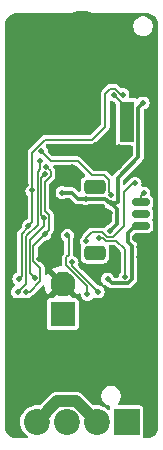
<source format=gbr>
%TF.GenerationSoftware,KiCad,Pcbnew,8.0.7*%
%TF.CreationDate,2025-01-22T04:17:01+01:00*%
%TF.ProjectId,beacon,62656163-6f6e-42e6-9b69-6361645f7063,rev?*%
%TF.SameCoordinates,Original*%
%TF.FileFunction,Copper,L2,Bot*%
%TF.FilePolarity,Positive*%
%FSLAX46Y46*%
G04 Gerber Fmt 4.6, Leading zero omitted, Abs format (unit mm)*
G04 Created by KiCad (PCBNEW 8.0.7) date 2025-01-22 04:17:01*
%MOMM*%
%LPD*%
G01*
G04 APERTURE LIST*
G04 Aperture macros list*
%AMRoundRect*
0 Rectangle with rounded corners*
0 $1 Rounding radius*
0 $2 $3 $4 $5 $6 $7 $8 $9 X,Y pos of 4 corners*
0 Add a 4 corners polygon primitive as box body*
4,1,4,$2,$3,$4,$5,$6,$7,$8,$9,$2,$3,0*
0 Add four circle primitives for the rounded corners*
1,1,$1+$1,$2,$3*
1,1,$1+$1,$4,$5*
1,1,$1+$1,$6,$7*
1,1,$1+$1,$8,$9*
0 Add four rect primitives between the rounded corners*
20,1,$1+$1,$2,$3,$4,$5,0*
20,1,$1+$1,$4,$5,$6,$7,0*
20,1,$1+$1,$6,$7,$8,$9,0*
20,1,$1+$1,$8,$9,$2,$3,0*%
G04 Aperture macros list end*
%TA.AperFunction,ComponentPad*%
%ADD10R,2.200000X2.200000*%
%TD*%
%TA.AperFunction,ComponentPad*%
%ADD11C,2.200000*%
%TD*%
%TA.AperFunction,ComponentPad*%
%ADD12C,3.800000*%
%TD*%
%TA.AperFunction,SMDPad,CuDef*%
%ADD13RoundRect,0.150000X0.625000X-0.150000X0.625000X0.150000X-0.625000X0.150000X-0.625000X-0.150000X0*%
%TD*%
%TA.AperFunction,SMDPad,CuDef*%
%ADD14RoundRect,0.250000X0.650000X-0.350000X0.650000X0.350000X-0.650000X0.350000X-0.650000X-0.350000X0*%
%TD*%
%TA.AperFunction,ComponentPad*%
%ADD15R,2.100000X2.100000*%
%TD*%
%TA.AperFunction,ComponentPad*%
%ADD16C,2.100000*%
%TD*%
%TA.AperFunction,SMDPad,CuDef*%
%ADD17R,1.300000X3.400000*%
%TD*%
%TA.AperFunction,ViaPad*%
%ADD18C,0.500000*%
%TD*%
%TA.AperFunction,Conductor*%
%ADD19C,0.300000*%
%TD*%
%TA.AperFunction,Conductor*%
%ADD20C,0.150000*%
%TD*%
%TA.AperFunction,Conductor*%
%ADD21C,1.000000*%
%TD*%
G04 APERTURE END LIST*
D10*
%TO.P,J3,1,Pin_1*%
%TO.N,/PYRO2_OUT*%
X11315000Y-7600000D03*
D11*
%TO.P,J3,2,Pin_2*%
%TO.N,+BATT*%
X8775000Y-7600000D03*
%TO.P,J3,3,Pin_3*%
%TO.N,/PYRO1_OUT*%
X6235000Y-7600000D03*
%TO.P,J3,4,Pin_4*%
%TO.N,+BATT*%
X3695000Y-7600000D03*
%TD*%
D12*
%TO.P,H3,1,1*%
%TO.N,GND*%
X7500000Y25300000D03*
%TD*%
D13*
%TO.P,J1,1,Pin_1*%
%TO.N,GND*%
X12500000Y8000000D03*
%TO.P,J1,2,Pin_2*%
%TO.N,+BATT*%
X12500000Y9000000D03*
%TO.P,J1,3,Pin_3*%
%TO.N,/RX*%
X12500000Y10000000D03*
%TO.P,J1,4,Pin_4*%
%TO.N,/TX*%
X12500000Y11000000D03*
D14*
%TO.P,J1,MP*%
%TO.N,N/C*%
X8625000Y6700000D03*
X8625000Y12300000D03*
%TD*%
D12*
%TO.P,H4,1,1*%
%TO.N,GND*%
X7500000Y-2200000D03*
%TD*%
D15*
%TO.P,BT1,1,+*%
%TO.N,Net-(BT1-+)*%
X5900000Y1530000D03*
D16*
%TO.P,BT1,2,-*%
%TO.N,GND*%
X5900000Y4070000D03*
%TD*%
D17*
%TO.P,BZ1,1,+*%
%TO.N,/BUZZ*%
X11350000Y17800000D03*
%TO.P,BZ1,2,-*%
%TO.N,GND*%
X2650000Y17800000D03*
%TD*%
D18*
%TO.N,GND*%
X9400000Y23100000D03*
X5700000Y-4500000D03*
X2300000Y16300000D03*
X4700000Y22400000D03*
X13000000Y17200000D03*
X1800000Y6600000D03*
X9900000Y10100000D03*
X5200000Y8000000D03*
X12400000Y7200000D03*
X2200000Y22300000D03*
X11700000Y2300000D03*
X11641405Y1703512D03*
X3500000Y19100000D03*
X4200000Y19800000D03*
X8600000Y15800000D03*
X7900000Y9500000D03*
X13200000Y2600000D03*
X6700000Y17700000D03*
X13300000Y-4300000D03*
X12950000Y1000000D03*
X11400000Y1100000D03*
X2000000Y24800000D03*
X13100000Y-7200000D03*
X10200000Y17700000D03*
X13150000Y0D03*
X5600000Y9900000D03*
X8600000Y14000000D03*
X13300000Y20200000D03*
X3200000Y-1800000D03*
X13000000Y21900000D03*
X6700000Y14000000D03*
X3300000Y-6000000D03*
X3300000Y-4200000D03*
X1800000Y20400000D03*
X8600000Y17700000D03*
X12500000Y22500000D03*
X3900000Y6200000D03*
X2200000Y-6500000D03*
X7500000Y5500000D03*
X10100000Y5700000D03*
X2300000Y21400000D03*
X6700000Y15700000D03*
X2100000Y100000D03*
X10700000Y15700000D03*
X2400000Y14100000D03*
X13100000Y15500000D03*
X5600000Y6400000D03*
X2825000Y12443707D03*
X12400000Y6400000D03*
X10700000Y14000000D03*
%TO.N,+3.3V*%
X5850000Y11800000D03*
X10000000Y10900000D03*
X12700000Y19400000D03*
X7850000Y11300000D03*
X9870993Y8529007D03*
%TO.N,/VFBSMPS*%
X10000000Y11600000D03*
X4100000Y15300000D03*
%TO.N,/TX*%
X12775000Y11780551D03*
%TO.N,/RX*%
X12500000Y10000000D03*
%TO.N,+BATT*%
X9700000Y4500000D03*
%TO.N,/BUZZ*%
X10235807Y20072398D03*
%TO.N,/PYRO1_CON*%
X6300000Y8199998D03*
X8000000Y3200000D03*
%TO.N,/PYRO2_CON*%
X8900000Y3400000D03*
X6700000Y5900000D03*
%TO.N,Net-(D3-A)*%
X11200000Y4700000D03*
X9000000Y8003678D03*
%TO.N,/BAT_ADC*%
X12025000Y12598899D03*
X7900000Y7700000D03*
%TO.N,/MOSI*%
X4300000Y9700000D03*
X3525000Y4600000D03*
X4396821Y13373758D03*
%TO.N,/MISO*%
X4475000Y14019042D03*
X2800000Y3400000D03*
X4400000Y8300000D03*
%TO.N,/SCK*%
X11000000Y20100000D03*
X3000000Y9000000D03*
X2200000Y4500000D03*
X3300000Y12000000D03*
%TO.N,/CS_FLASH*%
X2100000Y3400000D03*
X4000000Y14500000D03*
%TD*%
D19*
%TO.N,+3.3V*%
X10400000Y10900000D02*
X10000000Y10900000D01*
X10550000Y11050000D02*
X10400000Y10900000D01*
X10550000Y13050000D02*
X10550000Y11050000D01*
X12300000Y14800000D02*
X10550000Y13050000D01*
X12300000Y19000000D02*
X12300000Y14800000D01*
X12700000Y19400000D02*
X12300000Y19000000D01*
D20*
%TO.N,/SCK*%
X3300000Y15200000D02*
X3300000Y12000000D01*
X4400000Y16300000D02*
X3300000Y15200000D01*
X8400000Y16300000D02*
X4400000Y16300000D01*
X9500000Y20200000D02*
X9500000Y17400000D01*
X9917628Y20617628D02*
X9500000Y20200000D01*
X9500000Y17400000D02*
X8400000Y16300000D01*
X10362329Y20617628D02*
X9917628Y20617628D01*
X10879957Y20100000D02*
X10362329Y20617628D01*
X11000000Y20100000D02*
X10879957Y20100000D01*
D19*
%TO.N,GND*%
X12422182Y8000000D02*
X12500000Y8000000D01*
%TO.N,+3.3V*%
X10500000Y9158014D02*
X10500000Y10400000D01*
X7200000Y11300000D02*
X7850000Y11300000D01*
X9522182Y11300000D02*
X9922182Y10900000D01*
X7850000Y11300000D02*
X9522182Y11300000D01*
X6700000Y11800000D02*
X7200000Y11300000D01*
X5850000Y11800000D02*
X6700000Y11800000D01*
X9922182Y10900000D02*
X10000000Y10900000D01*
X9870993Y8529007D02*
X10500000Y9158014D01*
X10500000Y10400000D02*
X10000000Y10900000D01*
D20*
%TO.N,/VFBSMPS*%
X10000000Y11671752D02*
X10000000Y11600000D01*
X9401839Y13300000D02*
X9800000Y12901839D01*
X4100000Y15300000D02*
X4900000Y14500000D01*
X9800000Y12901839D02*
X9800000Y11871752D01*
X8371752Y13300000D02*
X9401839Y13300000D01*
X7171752Y14500000D02*
X8371752Y13300000D01*
X9800000Y11871752D02*
X10000000Y11671752D01*
X4900000Y14500000D02*
X7171752Y14500000D01*
%TO.N,/TX*%
X12500000Y11505551D02*
X12500000Y11000000D01*
X12775000Y11780551D02*
X12500000Y11505551D01*
D21*
%TO.N,+BATT*%
X7025000Y-5850000D02*
X8775000Y-7600000D01*
D19*
X11425000Y7652818D02*
X11425000Y8425000D01*
X11427818Y4150000D02*
X11750000Y4472182D01*
D21*
X3695000Y-7600000D02*
X5445000Y-5850000D01*
D19*
X11425000Y8425000D02*
X12000000Y9000000D01*
D21*
X5445000Y-5850000D02*
X7025000Y-5850000D01*
D19*
X9700000Y4500000D02*
X10050000Y4150000D01*
X11750000Y7327818D02*
X11425000Y7652818D01*
X10050000Y4150000D02*
X11427818Y4150000D01*
X11750000Y4472182D02*
X11750000Y7327818D01*
X12000000Y9000000D02*
X12500000Y9000000D01*
D20*
%TO.N,/BUZZ*%
X11350000Y18958205D02*
X11350000Y17800000D01*
X10235807Y20072398D02*
X11350000Y18958205D01*
%TO.N,/PYRO1_CON*%
X6400000Y8099998D02*
X6400000Y6500000D01*
X8000000Y3875736D02*
X8000000Y3200000D01*
X6300000Y8199998D02*
X6400000Y8099998D01*
X6225000Y6325000D02*
X6225000Y5650736D01*
X6225000Y5650736D02*
X8000000Y3875736D01*
X6400000Y6500000D02*
X6225000Y6325000D01*
%TO.N,/PYRO2_CON*%
X6700000Y5900000D02*
X6700000Y5600000D01*
X6700000Y5600000D02*
X8900000Y3400000D01*
%TO.N,Net-(D3-A)*%
X11200000Y7000000D02*
X11200000Y4700000D01*
X9000000Y8003678D02*
X9300306Y8003678D01*
X10445993Y7754007D02*
X11200000Y7000000D01*
X9300306Y8003678D02*
X9549977Y7754007D01*
X9549977Y7754007D02*
X10445993Y7754007D01*
%TO.N,/BAT_ADC*%
X7900000Y7700000D02*
X7900000Y8000000D01*
X10154007Y8054007D02*
X11100000Y9000000D01*
X7900000Y8000000D02*
X8378678Y8478678D01*
X9674241Y8054007D02*
X10154007Y8054007D01*
X11827147Y12598899D02*
X12025000Y12598899D01*
X11100000Y9000000D02*
X11100000Y11871752D01*
X11100000Y11871752D02*
X11827147Y12598899D01*
X8378678Y8478678D02*
X9249570Y8478678D01*
X9249570Y8478678D02*
X9674241Y8054007D01*
%TO.N,/MOSI*%
X4300000Y9000000D02*
X3100000Y7800000D01*
X4100000Y9900000D02*
X4100000Y13076937D01*
X4300000Y9700000D02*
X4300000Y9000000D01*
X3100000Y7800000D02*
X3100000Y5025000D01*
X3100000Y5025000D02*
X3525000Y4600000D01*
X4100000Y13076937D02*
X4396821Y13373758D01*
X4300000Y9700000D02*
X4100000Y9900000D01*
%TO.N,/MISO*%
X4000000Y5428248D02*
X4000000Y4300000D01*
X4400000Y12705185D02*
X4871821Y13177006D01*
X4775000Y8675000D02*
X4775000Y9896752D01*
X3425000Y7325000D02*
X3425000Y6003248D01*
X4871821Y13622221D02*
X4475000Y14019042D01*
X4400000Y10271752D02*
X4400000Y12705185D01*
X4775000Y9896752D02*
X4400000Y10271752D01*
X4000000Y4300000D02*
X3100000Y3400000D01*
X4400000Y8300000D02*
X3425000Y7325000D01*
X4871821Y13177006D02*
X4871821Y13622221D01*
X3100000Y3400000D02*
X2800000Y3400000D01*
X3425000Y6003248D02*
X4000000Y5428248D01*
X4400000Y8300000D02*
X4775000Y8675000D01*
%TO.N,/SCK*%
X3000000Y8900000D02*
X3000000Y9000000D01*
X3000000Y9000000D02*
X3300000Y9300000D01*
X2421911Y4721911D02*
X2421911Y8321911D01*
X3300000Y9300000D02*
X3300000Y12000000D01*
X2421911Y8321911D02*
X3000000Y8900000D01*
X2200000Y4500000D02*
X2421911Y4721911D01*
%TO.N,/CS_FLASH*%
X4000000Y13800000D02*
X3775000Y13575000D01*
X4000000Y14500000D02*
X4000000Y13800000D01*
X3775000Y13575000D02*
X3775000Y9103248D01*
X2800000Y8128248D02*
X2800000Y4100000D01*
X2800000Y4100000D02*
X2100000Y3400000D01*
X3775000Y9103248D02*
X2800000Y8128248D01*
%TD*%
%TA.AperFunction,Conductor*%
%TO.N,GND*%
G36*
X10046948Y19554770D02*
G01*
X10092098Y19536068D01*
X10221957Y19518972D01*
X10285853Y19490706D01*
X10293452Y19483715D01*
X10363181Y19413987D01*
X10396666Y19352664D01*
X10399500Y19326305D01*
X10399500Y16055144D01*
X10399502Y16055118D01*
X10402413Y16030013D01*
X10402415Y16030009D01*
X10447793Y15927236D01*
X10447794Y15927235D01*
X10527235Y15847794D01*
X10630009Y15802415D01*
X10655135Y15799500D01*
X11725500Y15799501D01*
X11792539Y15779817D01*
X11838294Y15727013D01*
X11849500Y15675501D01*
X11849500Y15037966D01*
X11829815Y14970927D01*
X11813181Y14950285D01*
X10189513Y13326617D01*
X10189509Y13326611D01*
X10166633Y13286990D01*
X10116065Y13238775D01*
X10047458Y13225554D01*
X9982593Y13251523D01*
X9971566Y13261311D01*
X9632402Y13600474D01*
X9632401Y13600475D01*
X9546777Y13649910D01*
X9499025Y13662705D01*
X9499023Y13662706D01*
X9499021Y13662707D01*
X9451275Y13675500D01*
X9451274Y13675500D01*
X8578651Y13675500D01*
X8511612Y13695185D01*
X8490970Y13711819D01*
X7402315Y14800474D01*
X7402314Y14800475D01*
X7316690Y14849910D01*
X7268938Y14862705D01*
X7268936Y14862706D01*
X7268934Y14862707D01*
X7221188Y14875500D01*
X7221187Y14875500D01*
X5106900Y14875500D01*
X5039861Y14895185D01*
X5019219Y14911819D01*
X4688684Y15242354D01*
X4655199Y15303677D01*
X4653428Y15313837D01*
X4636330Y15443709D01*
X4580861Y15577625D01*
X4492621Y15692621D01*
X4492618Y15692623D01*
X4487673Y15699068D01*
X4489702Y15700626D01*
X4462335Y15750745D01*
X4467319Y15820437D01*
X4495822Y15864787D01*
X4503697Y15872661D01*
X4519223Y15888185D01*
X4580547Y15921667D01*
X4606900Y15924500D01*
X8449435Y15924500D01*
X8449436Y15924500D01*
X8497186Y15937295D01*
X8544938Y15950090D01*
X8630562Y15999525D01*
X8700475Y16069438D01*
X9800474Y17169437D01*
X9800475Y17169438D01*
X9849910Y17255062D01*
X9875500Y17350565D01*
X9875500Y19440207D01*
X9895185Y19507246D01*
X9947989Y19553001D01*
X10017147Y19562945D01*
X10046948Y19554770D01*
G37*
%TD.AperFunction*%
%TA.AperFunction,Conductor*%
G36*
X13001509Y26999963D02*
G01*
X13007232Y26999823D01*
X13087583Y26997855D01*
X13108728Y26995510D01*
X13279013Y26961638D01*
X13302261Y26954587D01*
X13461257Y26888728D01*
X13482692Y26877270D01*
X13625775Y26781665D01*
X13644565Y26766244D01*
X13766243Y26644566D01*
X13781664Y26625776D01*
X13877269Y26482693D01*
X13888728Y26461255D01*
X13954583Y26302269D01*
X13961639Y26279007D01*
X13995508Y26108734D01*
X13997854Y26087581D01*
X13999963Y26001512D01*
X14000000Y25998474D01*
X14000000Y-7998473D01*
X13999963Y-8001511D01*
X13997854Y-8087580D01*
X13995508Y-8108733D01*
X13961639Y-8279006D01*
X13954583Y-8302268D01*
X13888728Y-8461254D01*
X13877269Y-8482692D01*
X13781664Y-8625775D01*
X13766243Y-8644565D01*
X13644565Y-8766243D01*
X13625775Y-8781664D01*
X13482692Y-8877269D01*
X13461254Y-8888728D01*
X13302268Y-8954583D01*
X13279006Y-8961639D01*
X13108733Y-8995508D01*
X13087580Y-8997854D01*
X13004250Y-8999895D01*
X13001509Y-8999963D01*
X12998473Y-9000000D01*
X12801327Y-9000000D01*
X12734288Y-8980315D01*
X12688533Y-8927511D01*
X12678589Y-8858353D01*
X12687893Y-8825913D01*
X12712584Y-8769993D01*
X12712585Y-8769991D01*
X12715500Y-8744865D01*
X12715499Y-6455136D01*
X12715497Y-6455117D01*
X12712586Y-6430012D01*
X12712585Y-6430010D01*
X12712585Y-6430009D01*
X12667206Y-6327235D01*
X12587765Y-6247794D01*
X12539539Y-6226500D01*
X12484992Y-6202415D01*
X12459868Y-6199500D01*
X12459865Y-6199500D01*
X10668710Y-6199500D01*
X10601671Y-6179815D01*
X10555916Y-6127011D01*
X10545972Y-6057853D01*
X10574997Y-5994297D01*
X10581029Y-5987819D01*
X10641981Y-5926866D01*
X10641984Y-5926863D01*
X10732435Y-5791495D01*
X10794738Y-5641081D01*
X10826500Y-5481403D01*
X10826500Y-5318597D01*
X10826500Y-5318594D01*
X10826499Y-5318592D01*
X10794740Y-5158926D01*
X10794737Y-5158917D01*
X10787152Y-5140606D01*
X10762158Y-5080263D01*
X10732437Y-5008509D01*
X10732436Y-5008507D01*
X10641984Y-4873137D01*
X10641981Y-4873133D01*
X10526866Y-4758018D01*
X10526862Y-4758015D01*
X10391492Y-4667563D01*
X10391490Y-4667562D01*
X10241082Y-4605262D01*
X10241073Y-4605259D01*
X10081406Y-4573500D01*
X10081403Y-4573500D01*
X9918597Y-4573500D01*
X9918594Y-4573500D01*
X9758926Y-4605259D01*
X9758917Y-4605262D01*
X9608509Y-4667562D01*
X9608507Y-4667563D01*
X9473137Y-4758015D01*
X9473133Y-4758018D01*
X9358018Y-4873133D01*
X9358015Y-4873137D01*
X9267563Y-5008507D01*
X9267562Y-5008509D01*
X9205262Y-5158917D01*
X9205259Y-5158926D01*
X9173500Y-5318592D01*
X9173500Y-5481407D01*
X9205259Y-5641073D01*
X9205262Y-5641082D01*
X9267562Y-5791490D01*
X9267563Y-5791492D01*
X9358015Y-5926862D01*
X9358018Y-5926866D01*
X9473133Y-6041981D01*
X9473137Y-6041984D01*
X9608505Y-6132435D01*
X9608506Y-6132435D01*
X9608507Y-6132436D01*
X9608509Y-6132437D01*
X9664070Y-6155450D01*
X9758919Y-6194738D01*
X9848382Y-6212533D01*
X9910292Y-6244917D01*
X9944866Y-6305633D01*
X9941127Y-6375402D01*
X9937625Y-6384234D01*
X9917416Y-6430003D01*
X9917415Y-6430008D01*
X9914500Y-6455131D01*
X9914500Y-6458546D01*
X9894815Y-6525585D01*
X9842011Y-6571340D01*
X9772853Y-6581284D01*
X9714338Y-6556400D01*
X9588615Y-6458546D01*
X9543626Y-6423530D01*
X9365689Y-6327235D01*
X9339504Y-6313064D01*
X9339495Y-6313061D01*
X9119984Y-6237702D01*
X8948282Y-6209050D01*
X8891049Y-6199500D01*
X8658951Y-6199500D01*
X8658950Y-6199500D01*
X8591323Y-6210784D01*
X8521958Y-6202401D01*
X8483234Y-6176156D01*
X7535292Y-5228213D01*
X7535288Y-5228210D01*
X7404185Y-5140609D01*
X7404172Y-5140602D01*
X7258501Y-5080264D01*
X7258489Y-5080261D01*
X7103845Y-5049500D01*
X7103842Y-5049500D01*
X5523843Y-5049500D01*
X5366158Y-5049500D01*
X5366153Y-5049500D01*
X5211510Y-5080260D01*
X5211502Y-5080262D01*
X5065824Y-5140604D01*
X5065814Y-5140609D01*
X4934711Y-5228210D01*
X4934707Y-5228213D01*
X3986764Y-6176156D01*
X3925441Y-6209641D01*
X3878674Y-6210784D01*
X3811049Y-6199500D01*
X3578951Y-6199500D01*
X3533164Y-6207140D01*
X3350015Y-6237702D01*
X3130504Y-6313061D01*
X3130495Y-6313064D01*
X2926371Y-6423531D01*
X2926365Y-6423535D01*
X2743222Y-6566081D01*
X2743219Y-6566084D01*
X2743216Y-6566086D01*
X2743216Y-6566087D01*
X2729226Y-6581284D01*
X2586016Y-6736852D01*
X2459075Y-6931151D01*
X2365842Y-7143699D01*
X2308866Y-7368691D01*
X2308864Y-7368702D01*
X2289700Y-7599993D01*
X2289700Y-7600006D01*
X2308864Y-7831297D01*
X2308866Y-7831308D01*
X2365842Y-8056300D01*
X2459075Y-8268848D01*
X2586016Y-8463147D01*
X2586019Y-8463151D01*
X2586021Y-8463153D01*
X2743216Y-8633913D01*
X2743219Y-8633915D01*
X2743222Y-8633918D01*
X2928527Y-8778147D01*
X2969340Y-8834857D01*
X2973015Y-8904630D01*
X2938383Y-8965313D01*
X2876442Y-8997640D01*
X2852365Y-9000000D01*
X2001527Y-9000000D01*
X1998490Y-8999963D01*
X1912420Y-8997854D01*
X1891266Y-8995508D01*
X1720993Y-8961639D01*
X1697731Y-8954583D01*
X1538745Y-8888728D01*
X1517307Y-8877269D01*
X1374224Y-8781664D01*
X1355434Y-8766243D01*
X1233756Y-8644565D01*
X1218335Y-8625775D01*
X1122730Y-8482692D01*
X1111271Y-8461254D01*
X1045413Y-8302261D01*
X1038362Y-8279013D01*
X1004490Y-8108728D01*
X1002145Y-8087583D01*
X1000037Y-8001509D01*
X1000000Y-7998473D01*
X1000000Y3400001D01*
X1544750Y3400001D01*
X1544750Y3400000D01*
X1563670Y3256292D01*
X1563671Y3256288D01*
X1619137Y3122378D01*
X1619138Y3122376D01*
X1619139Y3122375D01*
X1707379Y3007379D01*
X1822375Y2919139D01*
X1956291Y2863670D01*
X2083280Y2846952D01*
X2099999Y2844750D01*
X2100000Y2844750D01*
X2100001Y2844750D01*
X2114977Y2846722D01*
X2243709Y2863670D01*
X2377625Y2919139D01*
X2377631Y2919144D01*
X2384664Y2923203D01*
X2385857Y2921137D01*
X2439678Y2941946D01*
X2508124Y2927910D01*
X2516436Y2922568D01*
X2522371Y2919142D01*
X2522375Y2919139D01*
X2656291Y2863670D01*
X2783280Y2846952D01*
X2799999Y2844750D01*
X2800000Y2844750D01*
X2800001Y2844750D01*
X2814977Y2846722D01*
X2943709Y2863670D01*
X3077625Y2919139D01*
X3192621Y3007379D01*
X3196061Y3011864D01*
X3238723Y3044598D01*
X3237899Y3046026D01*
X3255678Y3056291D01*
X3330562Y3099525D01*
X3400475Y3169438D01*
X4151790Y3920754D01*
X4213111Y3954237D01*
X4282802Y3949253D01*
X4338736Y3907381D01*
X4363086Y3842804D01*
X4364346Y3826790D01*
X4364348Y3826781D01*
X4421303Y3589543D01*
X4514668Y3364139D01*
X4638504Y3162058D01*
X5376212Y3899766D01*
X5387482Y3857708D01*
X5459890Y3732292D01*
X5562292Y3629890D01*
X5687708Y3557482D01*
X5729765Y3546213D01*
X5100370Y2916819D01*
X5039047Y2883334D01*
X5012690Y2880500D01*
X4805142Y2880500D01*
X4805119Y2880498D01*
X4780011Y2877586D01*
X4780008Y2877585D01*
X4677235Y2832207D01*
X4597794Y2752766D01*
X4552415Y2649994D01*
X4552415Y2649992D01*
X4549500Y2624869D01*
X4549500Y435144D01*
X4549502Y435118D01*
X4552413Y410013D01*
X4552415Y410009D01*
X4597793Y307236D01*
X4597794Y307235D01*
X4677235Y227794D01*
X4780009Y182415D01*
X4805135Y179500D01*
X6994864Y179501D01*
X6994879Y179503D01*
X6994882Y179503D01*
X7019987Y182414D01*
X7019988Y182415D01*
X7019991Y182415D01*
X7122765Y227794D01*
X7202206Y307235D01*
X7247585Y410009D01*
X7250500Y435135D01*
X7250499Y2624864D01*
X7248193Y2644750D01*
X7247586Y2649988D01*
X7247585Y2649990D01*
X7247585Y2649991D01*
X7202206Y2752765D01*
X7122765Y2832206D01*
X7122763Y2832207D01*
X7019992Y2877585D01*
X6994868Y2880500D01*
X6787308Y2880500D01*
X6720269Y2900185D01*
X6699627Y2916819D01*
X6070234Y3546213D01*
X6112292Y3557482D01*
X6237708Y3629890D01*
X6340110Y3732292D01*
X6412518Y3857708D01*
X6423787Y3899766D01*
X7161494Y3162058D01*
X7215809Y3250690D01*
X7267621Y3297565D01*
X7336550Y3308988D01*
X7400713Y3281331D01*
X7439738Y3223375D01*
X7444475Y3202086D01*
X7463670Y3056293D01*
X7463671Y3056288D01*
X7511032Y2941946D01*
X7519139Y2922375D01*
X7607379Y2807379D01*
X7722375Y2719139D01*
X7856291Y2663670D01*
X7983280Y2646952D01*
X7999999Y2644750D01*
X8000000Y2644750D01*
X8000001Y2644750D01*
X8014977Y2646722D01*
X8143709Y2663670D01*
X8277625Y2719139D01*
X8392621Y2807379D01*
X8456388Y2890482D01*
X8512814Y2931682D01*
X8582560Y2935837D01*
X8616764Y2922379D01*
X8622371Y2919142D01*
X8622375Y2919139D01*
X8756291Y2863670D01*
X8883280Y2846952D01*
X8899999Y2844750D01*
X8900000Y2844750D01*
X8900001Y2844750D01*
X8914977Y2846722D01*
X9043709Y2863670D01*
X9177625Y2919139D01*
X9292621Y3007379D01*
X9380861Y3122375D01*
X9436330Y3256291D01*
X9455250Y3400000D01*
X9436330Y3543709D01*
X9380861Y3677625D01*
X9292621Y3792621D01*
X9177625Y3880861D01*
X9177624Y3880862D01*
X9177622Y3880863D01*
X9043712Y3936329D01*
X9043710Y3936330D01*
X9043709Y3936330D01*
X9027043Y3938525D01*
X8913846Y3953428D01*
X8849950Y3981695D01*
X8842352Y3988686D01*
X7247589Y5583448D01*
X7214104Y5644771D01*
X7219088Y5714463D01*
X7220687Y5718527D01*
X7236330Y5756291D01*
X7255250Y5900000D01*
X7236330Y6043709D01*
X7180861Y6177625D01*
X7092621Y6292621D01*
X6977625Y6380861D01*
X6977623Y6380862D01*
X6852047Y6432877D01*
X6797644Y6476718D01*
X6775579Y6543012D01*
X6775500Y6547438D01*
X6775500Y7884765D01*
X6784939Y7932217D01*
X6819325Y8015235D01*
X6836330Y8056289D01*
X6855250Y8199998D01*
X6836330Y8343707D01*
X6780861Y8477623D01*
X6692621Y8592619D01*
X6577625Y8680859D01*
X6577624Y8680860D01*
X6577622Y8680861D01*
X6443712Y8736327D01*
X6443710Y8736328D01*
X6443709Y8736328D01*
X6371854Y8745788D01*
X6300001Y8755248D01*
X6299999Y8755248D01*
X6156291Y8736328D01*
X6156287Y8736327D01*
X6022377Y8680861D01*
X5907379Y8592619D01*
X5819137Y8477621D01*
X5763671Y8343711D01*
X5763670Y8343707D01*
X5744750Y8199999D01*
X5744750Y8199998D01*
X5763670Y8056290D01*
X5763671Y8056286D01*
X5819137Y7922376D01*
X5819138Y7922374D01*
X5819139Y7922373D01*
X5907379Y7807377D01*
X5975988Y7754731D01*
X6017189Y7698305D01*
X6024500Y7656357D01*
X6024500Y6706899D01*
X6004815Y6639860D01*
X5988181Y6619218D01*
X5924526Y6555564D01*
X5875091Y6469941D01*
X5875088Y6469934D01*
X5869898Y6450566D01*
X5869899Y6450565D01*
X5850656Y6378748D01*
X5850654Y6378740D01*
X5849500Y6374435D01*
X5849500Y5735444D01*
X5829815Y5668405D01*
X5777011Y5622650D01*
X5735231Y5611826D01*
X5656773Y5605650D01*
X5419542Y5548697D01*
X5194146Y5455335D01*
X5194141Y5455332D01*
X4992056Y5331496D01*
X5729765Y4593788D01*
X5687708Y4582518D01*
X5562292Y4510110D01*
X5459890Y4407708D01*
X5387482Y4282292D01*
X5376212Y4240235D01*
X4638504Y4977944D01*
X4605227Y4923640D01*
X4553415Y4876765D01*
X4484486Y4865342D01*
X4420323Y4892999D01*
X4381298Y4950955D01*
X4375500Y4988430D01*
X4375500Y5477683D01*
X4375499Y5477686D01*
X4367967Y5505797D01*
X4349910Y5573187D01*
X4349909Y5573188D01*
X4343985Y5583448D01*
X4325193Y5615998D01*
X4300477Y5658808D01*
X4300473Y5658813D01*
X3836819Y6122467D01*
X3803334Y6183790D01*
X3800500Y6210148D01*
X3800500Y7118102D01*
X3820185Y7185141D01*
X3836815Y7205779D01*
X4342352Y7711317D01*
X4403673Y7744800D01*
X4413839Y7746573D01*
X4543709Y7763670D01*
X4677625Y7819139D01*
X4792621Y7907379D01*
X4880861Y8022375D01*
X4936330Y8156291D01*
X4953427Y8286155D01*
X4981694Y8350050D01*
X4988670Y8357634D01*
X5075474Y8444437D01*
X5076412Y8446061D01*
X5077075Y8447208D01*
X5124908Y8530059D01*
X5124910Y8530062D01*
X5130916Y8552476D01*
X5138346Y8580202D01*
X5149648Y8622386D01*
X5150500Y8625564D01*
X5150500Y8724436D01*
X5150500Y9946187D01*
X5150499Y9946189D01*
X5150499Y9946193D01*
X5149629Y9949438D01*
X5149625Y9949451D01*
X5124910Y10041689D01*
X5124909Y10041692D01*
X5119533Y10051003D01*
X5075475Y10127314D01*
X5005562Y10197227D01*
X4811819Y10390970D01*
X4778334Y10452293D01*
X4775500Y10478651D01*
X4775500Y12498286D01*
X4795185Y12565325D01*
X4811819Y12585967D01*
X4968464Y12742612D01*
X5172296Y12946443D01*
X5221732Y13032069D01*
X5247321Y13127570D01*
X5247321Y13226442D01*
X5247321Y13671656D01*
X5239494Y13700865D01*
X5234977Y13717726D01*
X5221732Y13767157D01*
X5221732Y13767158D01*
X5172296Y13852784D01*
X5112261Y13912819D01*
X5078776Y13974142D01*
X5083760Y14043834D01*
X5125632Y14099767D01*
X5191096Y14124184D01*
X5199942Y14124500D01*
X6964853Y14124500D01*
X7031892Y14104815D01*
X7052534Y14088181D01*
X7786781Y13353934D01*
X7820266Y13292611D01*
X7815282Y13222919D01*
X7773410Y13166986D01*
X7744593Y13150900D01*
X7702660Y13134363D01*
X7702658Y13134362D01*
X7582077Y13042923D01*
X7490639Y12922344D01*
X7435122Y12781562D01*
X7430445Y12742612D01*
X7424500Y12693102D01*
X7424500Y12693097D01*
X7424500Y12011966D01*
X7404815Y11944927D01*
X7352011Y11899172D01*
X7282853Y11889228D01*
X7219297Y11918253D01*
X7212819Y11924285D01*
X6976616Y12160487D01*
X6976614Y12160489D01*
X6873887Y12219799D01*
X6833718Y12230562D01*
X6833715Y12230563D01*
X6802267Y12238990D01*
X6759309Y12250500D01*
X6759308Y12250500D01*
X6209285Y12250500D01*
X6142246Y12270185D01*
X6133801Y12276123D01*
X6127629Y12280859D01*
X6127623Y12280862D01*
X5993712Y12336329D01*
X5993710Y12336330D01*
X5993709Y12336330D01*
X5921854Y12345790D01*
X5850001Y12355250D01*
X5849999Y12355250D01*
X5706291Y12336330D01*
X5706287Y12336329D01*
X5572377Y12280863D01*
X5457379Y12192621D01*
X5369137Y12077623D01*
X5313671Y11943713D01*
X5313670Y11943709D01*
X5294750Y11800000D01*
X5302234Y11743151D01*
X5313670Y11656292D01*
X5313671Y11656288D01*
X5369137Y11522378D01*
X5369138Y11522376D01*
X5369139Y11522375D01*
X5457379Y11407379D01*
X5572375Y11319139D01*
X5706291Y11263670D01*
X5833280Y11246952D01*
X5849999Y11244750D01*
X5850000Y11244750D01*
X5850001Y11244750D01*
X5864977Y11246722D01*
X5993709Y11263670D01*
X6127625Y11319139D01*
X6127629Y11319142D01*
X6133801Y11323877D01*
X6198970Y11349070D01*
X6209285Y11349500D01*
X6462035Y11349500D01*
X6529074Y11329815D01*
X6549715Y11313182D01*
X6923386Y10939510D01*
X7026113Y10880201D01*
X7050321Y10873716D01*
X7050324Y10873714D01*
X7050325Y10873714D01*
X7080447Y10865643D01*
X7140691Y10849500D01*
X7490715Y10849500D01*
X7557754Y10829815D01*
X7566199Y10823877D01*
X7572370Y10819142D01*
X7572373Y10819141D01*
X7572375Y10819139D01*
X7706291Y10763670D01*
X7833280Y10746952D01*
X7849999Y10744750D01*
X7850000Y10744750D01*
X7850001Y10744750D01*
X7864977Y10746722D01*
X7993709Y10763670D01*
X8127625Y10819139D01*
X8127629Y10819142D01*
X8133801Y10823877D01*
X8198970Y10849070D01*
X8209285Y10849500D01*
X9284217Y10849500D01*
X9351256Y10829815D01*
X9371898Y10813181D01*
X9470892Y10714187D01*
X9497772Y10673959D01*
X9519139Y10622375D01*
X9607379Y10507379D01*
X9722375Y10419139D01*
X9789333Y10391405D01*
X9856288Y10363671D01*
X9856290Y10363670D01*
X9859721Y10363219D01*
X9863995Y10362656D01*
X9927894Y10334394D01*
X9935500Y10327397D01*
X10013181Y10249716D01*
X10046666Y10188393D01*
X10049500Y10162035D01*
X10049500Y9395980D01*
X10029815Y9328941D01*
X10013181Y9308299D01*
X9806492Y9101611D01*
X9745169Y9068126D01*
X9735002Y9066354D01*
X9727286Y9065338D01*
X9727284Y9065338D01*
X9593370Y9009870D01*
X9478369Y8921626D01*
X9455290Y8891548D01*
X9398861Y8850346D01*
X9344587Y8847114D01*
X9344587Y8846339D01*
X9344586Y8846339D01*
X9340535Y8846873D01*
X9329115Y8846192D01*
X9324824Y8847261D01*
X9312499Y8850563D01*
X9312494Y8850564D01*
X9312493Y8850564D01*
X9299006Y8854178D01*
X9299005Y8854178D01*
X8428114Y8854178D01*
X8329242Y8854178D01*
X8329239Y8854178D01*
X8315754Y8850565D01*
X8315755Y8850564D01*
X8233738Y8828588D01*
X8233737Y8828587D01*
X8148114Y8779152D01*
X7599526Y8230564D01*
X7546026Y8137899D01*
X7544598Y8138724D01*
X7511868Y8096066D01*
X7507381Y8092624D01*
X7419137Y7977623D01*
X7363671Y7843713D01*
X7363670Y7843709D01*
X7344750Y7700001D01*
X7344750Y7700000D01*
X7363670Y7556292D01*
X7363671Y7556288D01*
X7419138Y7422376D01*
X7449696Y7382552D01*
X7474890Y7317383D01*
X7466675Y7261577D01*
X7435122Y7181564D01*
X7428485Y7126287D01*
X7424500Y7093102D01*
X7424500Y6306898D01*
X7430126Y6260046D01*
X7435122Y6218439D01*
X7435122Y6218437D01*
X7435123Y6218436D01*
X7448786Y6183790D01*
X7490639Y6077657D01*
X7582077Y5957078D01*
X7702656Y5865640D01*
X7702657Y5865640D01*
X7702658Y5865639D01*
X7843436Y5810123D01*
X7931898Y5799500D01*
X7931903Y5799500D01*
X9318097Y5799500D01*
X9318102Y5799500D01*
X9406564Y5810123D01*
X9547342Y5865639D01*
X9667922Y5957078D01*
X9759361Y6077658D01*
X9814877Y6218436D01*
X9825500Y6306898D01*
X9825500Y7093102D01*
X9814877Y7181564D01*
X9804050Y7209017D01*
X9797769Y7278603D01*
X9830105Y7340539D01*
X9890794Y7375161D01*
X9919405Y7378507D01*
X10239094Y7378507D01*
X10306133Y7358822D01*
X10326775Y7342188D01*
X10788181Y6880782D01*
X10821666Y6819459D01*
X10824500Y6793101D01*
X10824500Y5157026D01*
X10804815Y5089987D01*
X10798882Y5081548D01*
X10761045Y5032238D01*
X10719137Y4977623D01*
X10663671Y4843713D01*
X10663669Y4843708D01*
X10645845Y4708315D01*
X10617578Y4644418D01*
X10559254Y4605947D01*
X10522906Y4600500D01*
X10337082Y4600500D01*
X10270043Y4620185D01*
X10224288Y4672989D01*
X10222521Y4677048D01*
X10180862Y4777623D01*
X10180861Y4777624D01*
X10180861Y4777625D01*
X10092621Y4892621D01*
X9977625Y4980861D01*
X9977624Y4980862D01*
X9977622Y4980863D01*
X9843712Y5036329D01*
X9843710Y5036330D01*
X9843709Y5036330D01*
X9754658Y5048054D01*
X9700001Y5055250D01*
X9699999Y5055250D01*
X9556291Y5036330D01*
X9556287Y5036329D01*
X9422377Y4980863D01*
X9307379Y4892621D01*
X9219137Y4777623D01*
X9163671Y4643713D01*
X9163670Y4643709D01*
X9144750Y4500000D01*
X9156220Y4412875D01*
X9163670Y4356292D01*
X9163671Y4356288D01*
X9219137Y4222378D01*
X9219138Y4222376D01*
X9219139Y4222375D01*
X9307379Y4107379D01*
X9422375Y4019139D01*
X9461788Y4002814D01*
X9556288Y3963671D01*
X9556290Y3963670D01*
X9559721Y3963219D01*
X9563995Y3962656D01*
X9627894Y3934394D01*
X9635499Y3927397D01*
X9705188Y3857708D01*
X9773386Y3789510D01*
X9773388Y3789509D01*
X9773392Y3789506D01*
X9876111Y3730202D01*
X9876113Y3730201D01*
X9897386Y3724501D01*
X9897388Y3724500D01*
X9897389Y3724500D01*
X9917106Y3719218D01*
X9990691Y3699500D01*
X9990693Y3699500D01*
X11487125Y3699500D01*
X11487127Y3699500D01*
X11580428Y3724500D01*
X11601705Y3730201D01*
X11704432Y3789511D01*
X12110489Y4195568D01*
X12169799Y4298295D01*
X12184708Y4353937D01*
X12200500Y4412873D01*
X12200500Y7387127D01*
X12169799Y7501704D01*
X12140080Y7553178D01*
X12140080Y7553179D01*
X12110491Y7604429D01*
X12110487Y7604434D01*
X11911819Y7803102D01*
X11878334Y7864425D01*
X11875500Y7890783D01*
X11875500Y8187034D01*
X11895185Y8254073D01*
X11911819Y8274716D01*
X12000286Y8363182D01*
X12061610Y8396666D01*
X12087967Y8399500D01*
X13179270Y8399500D01*
X13209699Y8402354D01*
X13209701Y8402354D01*
X13286538Y8429241D01*
X13337882Y8447207D01*
X13447150Y8527850D01*
X13527793Y8637118D01*
X13562508Y8736328D01*
X13572646Y8765299D01*
X13572646Y8765301D01*
X13575500Y8795731D01*
X13575500Y9204270D01*
X13572646Y9234700D01*
X13572646Y9234702D01*
X13527793Y9362881D01*
X13527792Y9362883D01*
X13524500Y9367344D01*
X13480938Y9426369D01*
X13456968Y9491995D01*
X13472283Y9560165D01*
X13480932Y9573625D01*
X13527793Y9637118D01*
X13550219Y9701210D01*
X13572646Y9765299D01*
X13572646Y9765301D01*
X13575500Y9795731D01*
X13575500Y10204270D01*
X13572646Y10234700D01*
X13572646Y10234702D01*
X13527793Y10362881D01*
X13527792Y10362883D01*
X13527211Y10363670D01*
X13480938Y10426369D01*
X13456968Y10491995D01*
X13472283Y10560165D01*
X13480932Y10573625D01*
X13527793Y10637118D01*
X13565455Y10744750D01*
X13572646Y10765299D01*
X13572646Y10765301D01*
X13575500Y10795731D01*
X13575500Y11204270D01*
X13572646Y11234700D01*
X13572646Y11234702D01*
X13532626Y11349070D01*
X13527793Y11362882D01*
X13447150Y11472150D01*
X13447148Y11472151D01*
X13447148Y11472152D01*
X13362449Y11534662D01*
X13320198Y11590309D01*
X13313143Y11650616D01*
X13330250Y11780551D01*
X13311330Y11924260D01*
X13255861Y12058176D01*
X13167621Y12173172D01*
X13052625Y12261412D01*
X13052624Y12261413D01*
X13052622Y12261414D01*
X12918712Y12316880D01*
X12918710Y12316881D01*
X12918709Y12316881D01*
X12846854Y12326341D01*
X12775001Y12335801D01*
X12774998Y12335801D01*
X12701783Y12326162D01*
X12632748Y12336928D01*
X12580492Y12383308D01*
X12561607Y12450576D01*
X12562659Y12465287D01*
X12580250Y12598899D01*
X12580250Y12598900D01*
X12567848Y12693097D01*
X12561330Y12742608D01*
X12505861Y12876524D01*
X12417621Y12991520D01*
X12302625Y13079760D01*
X12302624Y13079761D01*
X12302622Y13079762D01*
X12168712Y13135228D01*
X12168710Y13135229D01*
X12168709Y13135229D01*
X12096854Y13144689D01*
X12025001Y13154149D01*
X12024999Y13154149D01*
X11881291Y13135229D01*
X11881287Y13135228D01*
X11747377Y13079762D01*
X11632379Y12991520D01*
X11544137Y12876521D01*
X11532647Y12848784D01*
X11505769Y12808560D01*
X11212181Y12514971D01*
X11150858Y12481486D01*
X11081167Y12486470D01*
X11025233Y12528341D01*
X11000816Y12593806D01*
X11000500Y12602652D01*
X11000500Y12812035D01*
X11020185Y12879074D01*
X11036819Y12899716D01*
X11812603Y13675500D01*
X12660490Y14523386D01*
X12719799Y14626113D01*
X12726285Y14650325D01*
X12726286Y14650325D01*
X12726286Y14650329D01*
X12750500Y14740691D01*
X12750500Y18743546D01*
X12770185Y18810585D01*
X12822989Y18856340D01*
X12842410Y18863322D01*
X12843702Y18863670D01*
X12843709Y18863670D01*
X12977625Y18919139D01*
X13092621Y19007379D01*
X13180861Y19122375D01*
X13236330Y19256291D01*
X13255250Y19400000D01*
X13236330Y19543709D01*
X13180861Y19677625D01*
X13092621Y19792621D01*
X12977625Y19880861D01*
X12977624Y19880862D01*
X12977622Y19880863D01*
X12843712Y19936329D01*
X12843710Y19936330D01*
X12843709Y19936330D01*
X12771854Y19945790D01*
X12700001Y19955250D01*
X12699999Y19955250D01*
X12556291Y19936330D01*
X12556287Y19936329D01*
X12422377Y19880863D01*
X12307372Y19792616D01*
X12301628Y19786871D01*
X12300040Y19788459D01*
X12253032Y19754139D01*
X12183285Y19749990D01*
X12161007Y19757398D01*
X12069995Y19797584D01*
X12069991Y19797585D01*
X12044868Y19800500D01*
X12044865Y19800500D01*
X11656186Y19800500D01*
X11589147Y19820185D01*
X11543392Y19872989D01*
X11533448Y19942147D01*
X11536296Y19956036D01*
X11555250Y20100000D01*
X11555250Y20100001D01*
X11553048Y20116720D01*
X11536330Y20243709D01*
X11480861Y20377625D01*
X11392621Y20492621D01*
X11277625Y20580861D01*
X11277624Y20580862D01*
X11277622Y20580863D01*
X11143712Y20636329D01*
X11143710Y20636330D01*
X11143709Y20636330D01*
X11066841Y20646450D01*
X11000001Y20655250D01*
X10999997Y20655250D01*
X10933151Y20646450D01*
X10864116Y20657216D01*
X10829286Y20681708D01*
X10592892Y20918102D01*
X10592891Y20918103D01*
X10507267Y20967538D01*
X10459515Y20980333D01*
X10459513Y20980334D01*
X10459511Y20980335D01*
X10411765Y20993128D01*
X10411764Y20993128D01*
X9967064Y20993128D01*
X9868192Y20993128D01*
X9820440Y20980333D01*
X9820439Y20980334D01*
X9772691Y20967539D01*
X9772690Y20967539D01*
X9687063Y20918101D01*
X9199526Y20430564D01*
X9150091Y20344941D01*
X9150091Y20344940D01*
X9150090Y20344938D01*
X9124500Y20249435D01*
X9124500Y20249433D01*
X9124500Y17606899D01*
X9104815Y17539860D01*
X9088181Y17519218D01*
X8280782Y16711819D01*
X8219459Y16678334D01*
X8193101Y16675500D01*
X4350564Y16675500D01*
X4302812Y16662705D01*
X4302811Y16662706D01*
X4255063Y16649911D01*
X4255062Y16649911D01*
X4169435Y16600473D01*
X2999527Y15430565D01*
X2999525Y15430563D01*
X2999525Y15430562D01*
X2950090Y15344938D01*
X2950090Y15344937D01*
X2938049Y15300000D01*
X2924816Y15250612D01*
X2924803Y15250564D01*
X2924500Y15249436D01*
X2924500Y12457026D01*
X2904815Y12389987D01*
X2898882Y12381548D01*
X2863779Y12335801D01*
X2819137Y12277623D01*
X2763671Y12143713D01*
X2763670Y12143709D01*
X2752988Y12062569D01*
X2744750Y12000000D01*
X2752160Y11943713D01*
X2763670Y11856292D01*
X2763671Y11856288D01*
X2819137Y11722378D01*
X2819138Y11722376D01*
X2819139Y11722375D01*
X2898876Y11618460D01*
X2924070Y11553291D01*
X2924500Y11542974D01*
X2924500Y9647438D01*
X2904815Y9580399D01*
X2852011Y9534644D01*
X2847953Y9532877D01*
X2722376Y9480862D01*
X2607379Y9392621D01*
X2519137Y9277623D01*
X2463671Y9143713D01*
X2463670Y9143709D01*
X2444750Y9000001D01*
X2444750Y8999998D01*
X2451218Y8950864D01*
X2440452Y8881829D01*
X2415960Y8846999D01*
X2191349Y8622386D01*
X2121438Y8552476D01*
X2121436Y8552474D01*
X2121436Y8552473D01*
X2107220Y8527850D01*
X2072001Y8466850D01*
X2072001Y8466849D01*
X2061924Y8429242D01*
X2061924Y8429241D01*
X2061923Y8429242D01*
X2048512Y8379186D01*
X2048509Y8379174D01*
X2046411Y8371347D01*
X2046411Y5115093D01*
X2026726Y5048054D01*
X1973922Y5002299D01*
X1969865Y5000532D01*
X1922375Y4980861D01*
X1807379Y4892621D01*
X1719137Y4777623D01*
X1663671Y4643713D01*
X1663670Y4643709D01*
X1644750Y4500000D01*
X1656220Y4412875D01*
X1663670Y4356292D01*
X1663671Y4356288D01*
X1719137Y4222378D01*
X1719138Y4222376D01*
X1719139Y4222375D01*
X1807379Y4107379D01*
X1835043Y4086151D01*
X1876246Y4029724D01*
X1880401Y3959978D01*
X1846189Y3899058D01*
X1828780Y3885864D01*
X1828823Y3885808D01*
X1822377Y3880862D01*
X1822375Y3880861D01*
X1751909Y3826790D01*
X1707379Y3792621D01*
X1619137Y3677623D01*
X1563671Y3543713D01*
X1563670Y3543709D01*
X1544750Y3400001D01*
X1000000Y3400001D01*
X1000000Y25981408D01*
X11873500Y25981408D01*
X11873500Y25818593D01*
X11905259Y25658927D01*
X11905262Y25658918D01*
X11967562Y25508510D01*
X11967563Y25508508D01*
X12058015Y25373138D01*
X12058018Y25373134D01*
X12173133Y25258019D01*
X12173137Y25258016D01*
X12308505Y25167565D01*
X12308506Y25167565D01*
X12308507Y25167564D01*
X12308509Y25167563D01*
X12408781Y25126030D01*
X12458919Y25105262D01*
X12458921Y25105262D01*
X12458926Y25105260D01*
X12618592Y25073501D01*
X12618595Y25073500D01*
X12618597Y25073500D01*
X12781405Y25073500D01*
X12781406Y25073501D01*
X12834629Y25084088D01*
X12941073Y25105260D01*
X12941076Y25105262D01*
X12941081Y25105262D01*
X13091495Y25167565D01*
X13226863Y25258016D01*
X13341984Y25373137D01*
X13432435Y25508505D01*
X13494738Y25658919D01*
X13526500Y25818597D01*
X13526500Y25981403D01*
X13526500Y25981406D01*
X13526499Y25981408D01*
X13494740Y26141074D01*
X13494737Y26141083D01*
X13432437Y26291491D01*
X13432436Y26291493D01*
X13425242Y26302259D01*
X13341984Y26426863D01*
X13341981Y26426867D01*
X13226866Y26541982D01*
X13226862Y26541985D01*
X13091492Y26632437D01*
X13091490Y26632438D01*
X12941082Y26694738D01*
X12941073Y26694741D01*
X12781406Y26726500D01*
X12781403Y26726500D01*
X12618597Y26726500D01*
X12618594Y26726500D01*
X12458926Y26694741D01*
X12458917Y26694738D01*
X12308509Y26632438D01*
X12308507Y26632437D01*
X12173137Y26541985D01*
X12173133Y26541982D01*
X12058018Y26426867D01*
X12058015Y26426863D01*
X11967563Y26291493D01*
X11967562Y26291491D01*
X11905262Y26141083D01*
X11905259Y26141074D01*
X11873500Y25981408D01*
X1000000Y25981408D01*
X1000000Y25998474D01*
X1000037Y26001510D01*
X1002145Y26087579D01*
X1002146Y26087581D01*
X1002145Y26087585D01*
X1004490Y26108728D01*
X1038362Y26279017D01*
X1045412Y26302259D01*
X1111274Y26461262D01*
X1122726Y26482686D01*
X1218338Y26625781D01*
X1233751Y26644561D01*
X1355439Y26766249D01*
X1374219Y26781662D01*
X1517314Y26877274D01*
X1538738Y26888726D01*
X1697741Y26954588D01*
X1720983Y26961638D01*
X1891272Y26995510D01*
X1912415Y26997855D01*
X1993037Y26999830D01*
X1998491Y26999963D01*
X2001527Y27000000D01*
X12998473Y27000000D01*
X13001509Y26999963D01*
G37*
%TD.AperFunction*%
%TD*%
M02*

</source>
